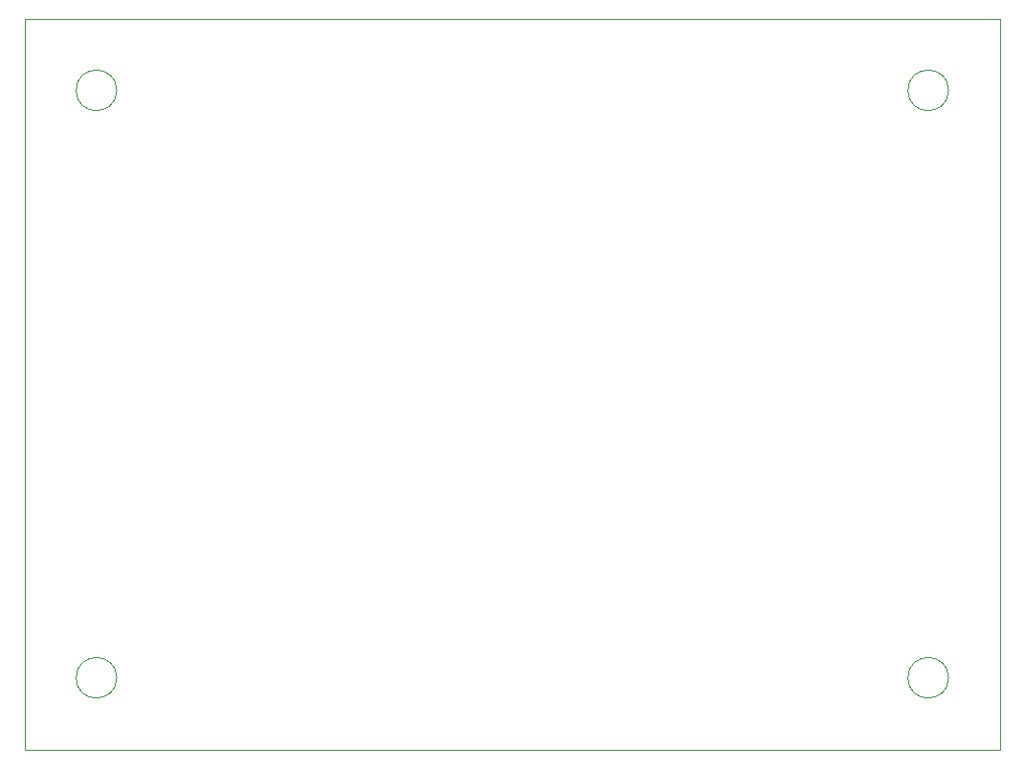
<source format=gbr>
%TF.GenerationSoftware,KiCad,Pcbnew,(6.0.0)*%
%TF.CreationDate,2022-02-25T15:07:17+01:00*%
%TF.ProjectId,ESP8266ControllerCircuit,45535038-3236-4364-936f-6e74726f6c6c,rev?*%
%TF.SameCoordinates,Original*%
%TF.FileFunction,Profile,NP*%
%FSLAX46Y46*%
G04 Gerber Fmt 4.6, Leading zero omitted, Abs format (unit mm)*
G04 Created by KiCad (PCBNEW (6.0.0)) date 2022-02-25 15:07:17*
%MOMM*%
%LPD*%
G01*
G04 APERTURE LIST*
%TA.AperFunction,Profile*%
%ADD10C,0.120000*%
%TD*%
%TA.AperFunction,Profile*%
%ADD11C,0.050000*%
%TD*%
G04 APERTURE END LIST*
D10*
X144036051Y-57150000D02*
G75*
G03*
X144036051Y-57150000I-1796051J0D01*
G01*
D11*
X135890000Y-50800000D02*
X222250000Y-50800000D01*
X222250000Y-50800000D02*
X222250000Y-115570000D01*
X222250000Y-115570000D02*
X135890000Y-115570000D01*
X135890000Y-115570000D02*
X135890000Y-50800000D01*
D10*
X217696051Y-109220000D02*
G75*
G03*
X217696051Y-109220000I-1796051J0D01*
G01*
X144036051Y-109220000D02*
G75*
G03*
X144036051Y-109220000I-1796051J0D01*
G01*
X217696051Y-57150000D02*
G75*
G03*
X217696051Y-57150000I-1796051J0D01*
G01*
M02*

</source>
